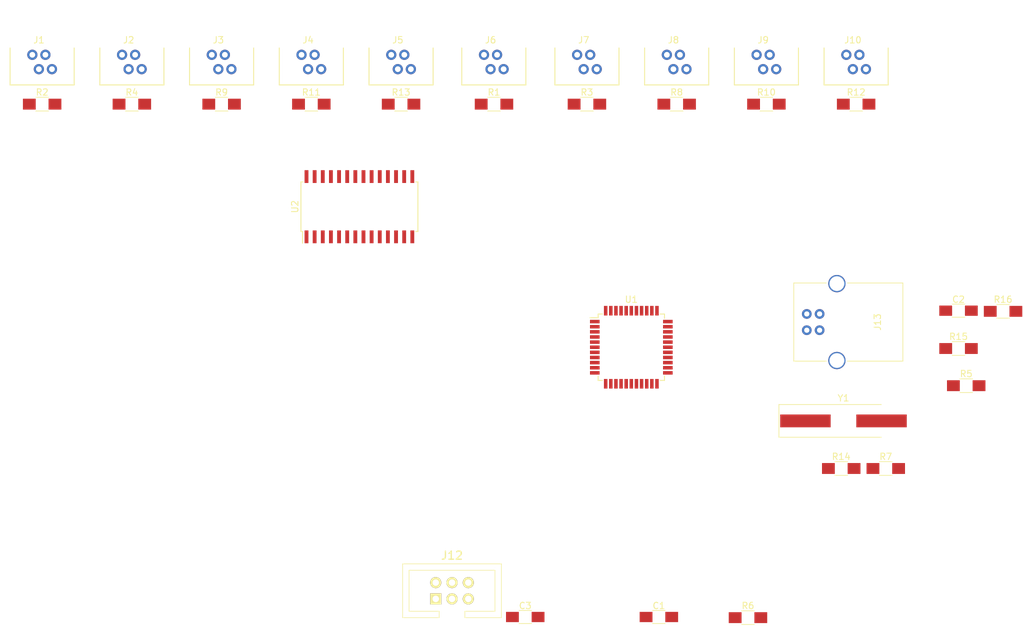
<source format=kicad_pcb>
(kicad_pcb (version 4) (host pcbnew 4.0.7)

  (general
    (links 97)
    (no_connects 97)
    (area 0 0 0 0)
    (thickness 1.6)
    (drawings 0)
    (tracks 0)
    (zones 0)
    (modules 34)
    (nets 47)
  )

  (page A4)
  (layers
    (0 F.Cu signal)
    (31 B.Cu signal)
    (32 B.Adhes user)
    (33 F.Adhes user)
    (34 B.Paste user)
    (35 F.Paste user)
    (36 B.SilkS user)
    (37 F.SilkS user)
    (38 B.Mask user)
    (39 F.Mask user)
    (40 Dwgs.User user)
    (41 Cmts.User user)
    (42 Eco1.User user)
    (43 Eco2.User user)
    (44 Edge.Cuts user)
    (45 Margin user)
    (46 B.CrtYd user hide)
    (47 F.CrtYd user hide)
    (48 B.Fab user hide)
    (49 F.Fab user)
  )

  (setup
    (last_trace_width 0.25)
    (trace_clearance 0.2)
    (zone_clearance 0.508)
    (zone_45_only no)
    (trace_min 0.2)
    (segment_width 0.2)
    (edge_width 0.15)
    (via_size 0.6)
    (via_drill 0.4)
    (via_min_size 0.4)
    (via_min_drill 0.3)
    (uvia_size 0.3)
    (uvia_drill 0.1)
    (uvias_allowed no)
    (uvia_min_size 0.2)
    (uvia_min_drill 0.1)
    (pcb_text_width 0.3)
    (pcb_text_size 1.5 1.5)
    (mod_edge_width 0.15)
    (mod_text_size 1 1)
    (mod_text_width 0.15)
    (pad_size 1.524 1.524)
    (pad_drill 0.762)
    (pad_to_mask_clearance 0.2)
    (aux_axis_origin 0 0)
    (visible_elements FFFFEF7F)
    (pcbplotparams
      (layerselection 0x00030_80000001)
      (usegerberextensions false)
      (excludeedgelayer true)
      (linewidth 0.100000)
      (plotframeref false)
      (viasonmask false)
      (mode 1)
      (useauxorigin false)
      (hpglpennumber 1)
      (hpglpenspeed 20)
      (hpglpendiameter 15)
      (hpglpenoverlay 2)
      (psnegative false)
      (psa4output false)
      (plotreference true)
      (plotvalue true)
      (plotinvisibletext false)
      (padsonsilk false)
      (subtractmaskfromsilk false)
      (outputformat 1)
      (mirror false)
      (drillshape 1)
      (scaleselection 1)
      (outputdirectory ""))
  )

  (net 0 "")
  (net 1 GND)
  (net 2 "Net-(C1-Pad2)")
  (net 3 "Net-(C2-Pad1)")
  (net 4 "Net-(C3-Pad2)")
  (net 5 "Net-(J1-Pad2)")
  (net 6 /PBTN1)
  (net 7 "Net-(J2-Pad2)")
  (net 8 /PBTN2)
  (net 9 "Net-(J3-Pad2)")
  (net 10 /PBTN3)
  (net 11 "Net-(J4-Pad2)")
  (net 12 /PBTN4)
  (net 13 "Net-(J5-Pad2)")
  (net 14 /PBTN5)
  (net 15 "Net-(J6-Pad2)")
  (net 16 /PBTN6)
  (net 17 "Net-(J7-Pad2)")
  (net 18 /PBTN7)
  (net 19 "Net-(J8-Pad2)")
  (net 20 /PBTN8)
  (net 21 "Net-(J9-Pad2)")
  (net 22 /PBTN9)
  (net 23 "Net-(J10-Pad2)")
  (net 24 /PBTN10)
  (net 25 /MISO)
  (net 26 VCC)
  (net 27 /SCK)
  (net 28 /MOSI)
  (net 29 /RST)
  (net 30 "Net-(J13-Pad2)")
  (net 31 "Net-(J13-Pad3)")
  (net 32 /PLED6)
  (net 33 /PLED1)
  (net 34 /PLED7)
  (net 35 /PLED2)
  (net 36 /USBD+)
  (net 37 /USBD-)
  (net 38 /PLED8)
  (net 39 /PLED3)
  (net 40 /PLED9)
  (net 41 /PLED4)
  (net 42 /PLED10)
  (net 43 /PLED5)
  (net 44 /SCL)
  (net 45 /SDA)
  (net 46 "Net-(R16-Pad2)")

  (net_class Default "This is the default net class."
    (clearance 0.2)
    (trace_width 0.25)
    (via_dia 0.6)
    (via_drill 0.4)
    (uvia_dia 0.3)
    (uvia_drill 0.1)
    (add_net /MISO)
    (add_net /MOSI)
    (add_net /PBTN1)
    (add_net /PBTN10)
    (add_net /PBTN2)
    (add_net /PBTN3)
    (add_net /PBTN4)
    (add_net /PBTN5)
    (add_net /PBTN6)
    (add_net /PBTN7)
    (add_net /PBTN8)
    (add_net /PBTN9)
    (add_net /PLED1)
    (add_net /PLED10)
    (add_net /PLED2)
    (add_net /PLED3)
    (add_net /PLED4)
    (add_net /PLED5)
    (add_net /PLED6)
    (add_net /PLED7)
    (add_net /PLED8)
    (add_net /PLED9)
    (add_net /RST)
    (add_net /SCK)
    (add_net /SCL)
    (add_net /SDA)
    (add_net /USBD+)
    (add_net /USBD-)
    (add_net GND)
    (add_net "Net-(C1-Pad2)")
    (add_net "Net-(C2-Pad1)")
    (add_net "Net-(C3-Pad2)")
    (add_net "Net-(J1-Pad2)")
    (add_net "Net-(J10-Pad2)")
    (add_net "Net-(J13-Pad2)")
    (add_net "Net-(J13-Pad3)")
    (add_net "Net-(J2-Pad2)")
    (add_net "Net-(J3-Pad2)")
    (add_net "Net-(J4-Pad2)")
    (add_net "Net-(J5-Pad2)")
    (add_net "Net-(J6-Pad2)")
    (add_net "Net-(J7-Pad2)")
    (add_net "Net-(J8-Pad2)")
    (add_net "Net-(J9-Pad2)")
    (add_net "Net-(R16-Pad2)")
    (add_net VCC)
  )

  (module Capacitors_SMD:C_1206_HandSoldering (layer F.Cu) (tedit 58AA84D1) (tstamp 5A4753B0)
    (at 171.225001 139.515)
    (descr "Capacitor SMD 1206, hand soldering")
    (tags "capacitor 1206")
    (path /5A467013)
    (attr smd)
    (fp_text reference C1 (at 0 -1.75) (layer F.SilkS)
      (effects (font (size 1 1) (thickness 0.15)))
    )
    (fp_text value C (at 0 2) (layer F.Fab)
      (effects (font (size 1 1) (thickness 0.15)))
    )
    (fp_text user %R (at 0 -1.75) (layer F.Fab)
      (effects (font (size 1 1) (thickness 0.15)))
    )
    (fp_line (start -1.6 0.8) (end -1.6 -0.8) (layer F.Fab) (width 0.1))
    (fp_line (start 1.6 0.8) (end -1.6 0.8) (layer F.Fab) (width 0.1))
    (fp_line (start 1.6 -0.8) (end 1.6 0.8) (layer F.Fab) (width 0.1))
    (fp_line (start -1.6 -0.8) (end 1.6 -0.8) (layer F.Fab) (width 0.1))
    (fp_line (start 1 -1.02) (end -1 -1.02) (layer F.SilkS) (width 0.12))
    (fp_line (start -1 1.02) (end 1 1.02) (layer F.SilkS) (width 0.12))
    (fp_line (start -3.25 -1.05) (end 3.25 -1.05) (layer F.CrtYd) (width 0.05))
    (fp_line (start -3.25 -1.05) (end -3.25 1.05) (layer F.CrtYd) (width 0.05))
    (fp_line (start 3.25 1.05) (end 3.25 -1.05) (layer F.CrtYd) (width 0.05))
    (fp_line (start 3.25 1.05) (end -3.25 1.05) (layer F.CrtYd) (width 0.05))
    (pad 1 smd rect (at -2 0) (size 2 1.6) (layers F.Cu F.Paste F.Mask)
      (net 1 GND))
    (pad 2 smd rect (at 2 0) (size 2 1.6) (layers F.Cu F.Paste F.Mask)
      (net 2 "Net-(C1-Pad2)"))
    (model Capacitors_SMD.3dshapes/C_1206.wrl
      (at (xyz 0 0 0))
      (scale (xyz 1 1 1))
      (rotate (xyz 0 0 0))
    )
  )

  (module Capacitors_SMD:C_1206_HandSoldering (layer F.Cu) (tedit 58AA84D1) (tstamp 5A4753B6)
    (at 217.975001 91.725)
    (descr "Capacitor SMD 1206, hand soldering")
    (tags "capacitor 1206")
    (path /5A466F70)
    (attr smd)
    (fp_text reference C2 (at 0 -1.75) (layer F.SilkS)
      (effects (font (size 1 1) (thickness 0.15)))
    )
    (fp_text value C (at 0 2) (layer F.Fab)
      (effects (font (size 1 1) (thickness 0.15)))
    )
    (fp_text user %R (at 0 -1.75) (layer F.Fab)
      (effects (font (size 1 1) (thickness 0.15)))
    )
    (fp_line (start -1.6 0.8) (end -1.6 -0.8) (layer F.Fab) (width 0.1))
    (fp_line (start 1.6 0.8) (end -1.6 0.8) (layer F.Fab) (width 0.1))
    (fp_line (start 1.6 -0.8) (end 1.6 0.8) (layer F.Fab) (width 0.1))
    (fp_line (start -1.6 -0.8) (end 1.6 -0.8) (layer F.Fab) (width 0.1))
    (fp_line (start 1 -1.02) (end -1 -1.02) (layer F.SilkS) (width 0.12))
    (fp_line (start -1 1.02) (end 1 1.02) (layer F.SilkS) (width 0.12))
    (fp_line (start -3.25 -1.05) (end 3.25 -1.05) (layer F.CrtYd) (width 0.05))
    (fp_line (start -3.25 -1.05) (end -3.25 1.05) (layer F.CrtYd) (width 0.05))
    (fp_line (start 3.25 1.05) (end 3.25 -1.05) (layer F.CrtYd) (width 0.05))
    (fp_line (start 3.25 1.05) (end -3.25 1.05) (layer F.CrtYd) (width 0.05))
    (pad 1 smd rect (at -2 0) (size 2 1.6) (layers F.Cu F.Paste F.Mask)
      (net 3 "Net-(C2-Pad1)"))
    (pad 2 smd rect (at 2 0) (size 2 1.6) (layers F.Cu F.Paste F.Mask)
      (net 1 GND))
    (model Capacitors_SMD.3dshapes/C_1206.wrl
      (at (xyz 0 0 0))
      (scale (xyz 1 1 1))
      (rotate (xyz 0 0 0))
    )
  )

  (module Capacitors_SMD:C_1206_HandSoldering (layer F.Cu) (tedit 58AA84D1) (tstamp 5A4753BC)
    (at 150.375001 139.515)
    (descr "Capacitor SMD 1206, hand soldering")
    (tags "capacitor 1206")
    (path /5A46A2C4)
    (attr smd)
    (fp_text reference C3 (at 0 -1.75) (layer F.SilkS)
      (effects (font (size 1 1) (thickness 0.15)))
    )
    (fp_text value C (at 0 2) (layer F.Fab)
      (effects (font (size 1 1) (thickness 0.15)))
    )
    (fp_text user %R (at 0 -1.75) (layer F.Fab)
      (effects (font (size 1 1) (thickness 0.15)))
    )
    (fp_line (start -1.6 0.8) (end -1.6 -0.8) (layer F.Fab) (width 0.1))
    (fp_line (start 1.6 0.8) (end -1.6 0.8) (layer F.Fab) (width 0.1))
    (fp_line (start 1.6 -0.8) (end 1.6 0.8) (layer F.Fab) (width 0.1))
    (fp_line (start -1.6 -0.8) (end 1.6 -0.8) (layer F.Fab) (width 0.1))
    (fp_line (start 1 -1.02) (end -1 -1.02) (layer F.SilkS) (width 0.12))
    (fp_line (start -1 1.02) (end 1 1.02) (layer F.SilkS) (width 0.12))
    (fp_line (start -3.25 -1.05) (end 3.25 -1.05) (layer F.CrtYd) (width 0.05))
    (fp_line (start -3.25 -1.05) (end -3.25 1.05) (layer F.CrtYd) (width 0.05))
    (fp_line (start 3.25 1.05) (end 3.25 -1.05) (layer F.CrtYd) (width 0.05))
    (fp_line (start 3.25 1.05) (end -3.25 1.05) (layer F.CrtYd) (width 0.05))
    (pad 1 smd rect (at -2 0) (size 2 1.6) (layers F.Cu F.Paste F.Mask)
      (net 1 GND))
    (pad 2 smd rect (at 2 0) (size 2 1.6) (layers F.Cu F.Paste F.Mask)
      (net 4 "Net-(C3-Pad2)"))
    (model Capacitors_SMD.3dshapes/C_1206.wrl
      (at (xyz 0 0 0))
      (scale (xyz 1 1 1))
      (rotate (xyz 0 0 0))
    )
  )

  (module kamaji:RJ10 (layer F.Cu) (tedit 5A3D32DC) (tstamp 5A4753C6)
    (at 75 43.5 180)
    (path /5A468DC9)
    (fp_text reference J1 (at 0.5 -6 180) (layer F.SilkS)
      (effects (font (size 1 1) (thickness 0.15)))
    )
    (fp_text value RJ10 (at 3.5 -14 180) (layer F.Fab)
      (effects (font (size 1 1) (thickness 0.15)))
    )
    (fp_line (start -5 -13) (end -5 -6) (layer F.SilkS) (width 0.15))
    (fp_line (start 5 -13) (end 5 -6) (layer F.SilkS) (width 0.15))
    (fp_line (start -6.5 0) (end -6.5 -13) (layer F.CrtYd) (width 0.15))
    (fp_line (start 6.5 0) (end -6.5 0) (layer F.CrtYd) (width 0.15))
    (fp_line (start 6.5 -13) (end 6.5 0) (layer F.CrtYd) (width 0.15))
    (fp_line (start -6.5 -13) (end 6.5 -13) (layer F.CrtYd) (width 0.15))
    (fp_line (start -5 -13) (end 5 -13) (layer F.SilkS) (width 0.15))
    (pad 1 thru_hole circle (at 1.53 -8.3 180) (size 1.6 1.6) (drill 0.9) (layers *.Cu *.Mask)
      (net 1 GND))
    (pad 2 thru_hole circle (at 0.51 -10.54 180) (size 1.6 1.6) (drill 0.9) (layers *.Cu *.Mask)
      (net 5 "Net-(J1-Pad2)"))
    (pad 3 thru_hole circle (at -0.51 -8.3 180) (size 1.6 1.6) (drill 0.9) (layers *.Cu *.Mask)
      (net 1 GND))
    (pad 4 thru_hole circle (at -1.53 -10.54 180) (size 1.6 1.6) (drill 0.9) (layers *.Cu *.Mask)
      (net 6 /PBTN1))
    (pad "" np_thru_hole circle (at 5 -6 180) (size 2.36 2.36) (drill 2.36) (layers *.Cu *.Mask))
    (pad "" np_thru_hole circle (at -5 -6 180) (size 2.36 2.36) (drill 2.36) (layers *.Cu *.Mask))
  )

  (module kamaji:RJ10 (layer F.Cu) (tedit 5A3D32DC) (tstamp 5A4753D0)
    (at 89 43.5 180)
    (path /5A46B76B)
    (fp_text reference J2 (at 0.5 -6 180) (layer F.SilkS)
      (effects (font (size 1 1) (thickness 0.15)))
    )
    (fp_text value RJ10 (at 3.5 -14 180) (layer F.Fab)
      (effects (font (size 1 1) (thickness 0.15)))
    )
    (fp_line (start -5 -13) (end -5 -6) (layer F.SilkS) (width 0.15))
    (fp_line (start 5 -13) (end 5 -6) (layer F.SilkS) (width 0.15))
    (fp_line (start -6.5 0) (end -6.5 -13) (layer F.CrtYd) (width 0.15))
    (fp_line (start 6.5 0) (end -6.5 0) (layer F.CrtYd) (width 0.15))
    (fp_line (start 6.5 -13) (end 6.5 0) (layer F.CrtYd) (width 0.15))
    (fp_line (start -6.5 -13) (end 6.5 -13) (layer F.CrtYd) (width 0.15))
    (fp_line (start -5 -13) (end 5 -13) (layer F.SilkS) (width 0.15))
    (pad 1 thru_hole circle (at 1.53 -8.3 180) (size 1.6 1.6) (drill 0.9) (layers *.Cu *.Mask)
      (net 1 GND))
    (pad 2 thru_hole circle (at 0.51 -10.54 180) (size 1.6 1.6) (drill 0.9) (layers *.Cu *.Mask)
      (net 7 "Net-(J2-Pad2)"))
    (pad 3 thru_hole circle (at -0.51 -8.3 180) (size 1.6 1.6) (drill 0.9) (layers *.Cu *.Mask)
      (net 1 GND))
    (pad 4 thru_hole circle (at -1.53 -10.54 180) (size 1.6 1.6) (drill 0.9) (layers *.Cu *.Mask)
      (net 8 /PBTN2))
    (pad "" np_thru_hole circle (at 5 -6 180) (size 2.36 2.36) (drill 2.36) (layers *.Cu *.Mask))
    (pad "" np_thru_hole circle (at -5 -6 180) (size 2.36 2.36) (drill 2.36) (layers *.Cu *.Mask))
  )

  (module kamaji:RJ10 (layer F.Cu) (tedit 5A3D32DC) (tstamp 5A4753DA)
    (at 103 43.5 180)
    (path /5A46B8E6)
    (fp_text reference J3 (at 0.5 -6 180) (layer F.SilkS)
      (effects (font (size 1 1) (thickness 0.15)))
    )
    (fp_text value RJ10 (at 3.5 -14 180) (layer F.Fab)
      (effects (font (size 1 1) (thickness 0.15)))
    )
    (fp_line (start -5 -13) (end -5 -6) (layer F.SilkS) (width 0.15))
    (fp_line (start 5 -13) (end 5 -6) (layer F.SilkS) (width 0.15))
    (fp_line (start -6.5 0) (end -6.5 -13) (layer F.CrtYd) (width 0.15))
    (fp_line (start 6.5 0) (end -6.5 0) (layer F.CrtYd) (width 0.15))
    (fp_line (start 6.5 -13) (end 6.5 0) (layer F.CrtYd) (width 0.15))
    (fp_line (start -6.5 -13) (end 6.5 -13) (layer F.CrtYd) (width 0.15))
    (fp_line (start -5 -13) (end 5 -13) (layer F.SilkS) (width 0.15))
    (pad 1 thru_hole circle (at 1.53 -8.3 180) (size 1.6 1.6) (drill 0.9) (layers *.Cu *.Mask)
      (net 1 GND))
    (pad 2 thru_hole circle (at 0.51 -10.54 180) (size 1.6 1.6) (drill 0.9) (layers *.Cu *.Mask)
      (net 9 "Net-(J3-Pad2)"))
    (pad 3 thru_hole circle (at -0.51 -8.3 180) (size 1.6 1.6) (drill 0.9) (layers *.Cu *.Mask)
      (net 1 GND))
    (pad 4 thru_hole circle (at -1.53 -10.54 180) (size 1.6 1.6) (drill 0.9) (layers *.Cu *.Mask)
      (net 10 /PBTN3))
    (pad "" np_thru_hole circle (at 5 -6 180) (size 2.36 2.36) (drill 2.36) (layers *.Cu *.Mask))
    (pad "" np_thru_hole circle (at -5 -6 180) (size 2.36 2.36) (drill 2.36) (layers *.Cu *.Mask))
  )

  (module kamaji:RJ10 (layer F.Cu) (tedit 5A3D32DC) (tstamp 5A4753E4)
    (at 117 43.5 180)
    (path /5A46B903)
    (fp_text reference J4 (at 0.5 -6 180) (layer F.SilkS)
      (effects (font (size 1 1) (thickness 0.15)))
    )
    (fp_text value RJ10 (at 3.5 -14 180) (layer F.Fab)
      (effects (font (size 1 1) (thickness 0.15)))
    )
    (fp_line (start -5 -13) (end -5 -6) (layer F.SilkS) (width 0.15))
    (fp_line (start 5 -13) (end 5 -6) (layer F.SilkS) (width 0.15))
    (fp_line (start -6.5 0) (end -6.5 -13) (layer F.CrtYd) (width 0.15))
    (fp_line (start 6.5 0) (end -6.5 0) (layer F.CrtYd) (width 0.15))
    (fp_line (start 6.5 -13) (end 6.5 0) (layer F.CrtYd) (width 0.15))
    (fp_line (start -6.5 -13) (end 6.5 -13) (layer F.CrtYd) (width 0.15))
    (fp_line (start -5 -13) (end 5 -13) (layer F.SilkS) (width 0.15))
    (pad 1 thru_hole circle (at 1.53 -8.3 180) (size 1.6 1.6) (drill 0.9) (layers *.Cu *.Mask)
      (net 1 GND))
    (pad 2 thru_hole circle (at 0.51 -10.54 180) (size 1.6 1.6) (drill 0.9) (layers *.Cu *.Mask)
      (net 11 "Net-(J4-Pad2)"))
    (pad 3 thru_hole circle (at -0.51 -8.3 180) (size 1.6 1.6) (drill 0.9) (layers *.Cu *.Mask)
      (net 1 GND))
    (pad 4 thru_hole circle (at -1.53 -10.54 180) (size 1.6 1.6) (drill 0.9) (layers *.Cu *.Mask)
      (net 12 /PBTN4))
    (pad "" np_thru_hole circle (at 5 -6 180) (size 2.36 2.36) (drill 2.36) (layers *.Cu *.Mask))
    (pad "" np_thru_hole circle (at -5 -6 180) (size 2.36 2.36) (drill 2.36) (layers *.Cu *.Mask))
  )

  (module kamaji:RJ10 (layer F.Cu) (tedit 5A3D32DC) (tstamp 5A4753EE)
    (at 131 43.5 180)
    (path /5A46BA9E)
    (fp_text reference J5 (at 0.5 -6 180) (layer F.SilkS)
      (effects (font (size 1 1) (thickness 0.15)))
    )
    (fp_text value RJ10 (at 3.5 -14 180) (layer F.Fab)
      (effects (font (size 1 1) (thickness 0.15)))
    )
    (fp_line (start -5 -13) (end -5 -6) (layer F.SilkS) (width 0.15))
    (fp_line (start 5 -13) (end 5 -6) (layer F.SilkS) (width 0.15))
    (fp_line (start -6.5 0) (end -6.5 -13) (layer F.CrtYd) (width 0.15))
    (fp_line (start 6.5 0) (end -6.5 0) (layer F.CrtYd) (width 0.15))
    (fp_line (start 6.5 -13) (end 6.5 0) (layer F.CrtYd) (width 0.15))
    (fp_line (start -6.5 -13) (end 6.5 -13) (layer F.CrtYd) (width 0.15))
    (fp_line (start -5 -13) (end 5 -13) (layer F.SilkS) (width 0.15))
    (pad 1 thru_hole circle (at 1.53 -8.3 180) (size 1.6 1.6) (drill 0.9) (layers *.Cu *.Mask)
      (net 1 GND))
    (pad 2 thru_hole circle (at 0.51 -10.54 180) (size 1.6 1.6) (drill 0.9) (layers *.Cu *.Mask)
      (net 13 "Net-(J5-Pad2)"))
    (pad 3 thru_hole circle (at -0.51 -8.3 180) (size 1.6 1.6) (drill 0.9) (layers *.Cu *.Mask)
      (net 1 GND))
    (pad 4 thru_hole circle (at -1.53 -10.54 180) (size 1.6 1.6) (drill 0.9) (layers *.Cu *.Mask)
      (net 14 /PBTN5))
    (pad "" np_thru_hole circle (at 5 -6 180) (size 2.36 2.36) (drill 2.36) (layers *.Cu *.Mask))
    (pad "" np_thru_hole circle (at -5 -6 180) (size 2.36 2.36) (drill 2.36) (layers *.Cu *.Mask))
  )

  (module kamaji:RJ10 (layer F.Cu) (tedit 5A3D32DC) (tstamp 5A4753F8)
    (at 145.47 43.5 180)
    (path /5A46C10B)
    (fp_text reference J6 (at 0.5 -6 180) (layer F.SilkS)
      (effects (font (size 1 1) (thickness 0.15)))
    )
    (fp_text value RJ10 (at 3.5 -14 180) (layer F.Fab)
      (effects (font (size 1 1) (thickness 0.15)))
    )
    (fp_line (start -5 -13) (end -5 -6) (layer F.SilkS) (width 0.15))
    (fp_line (start 5 -13) (end 5 -6) (layer F.SilkS) (width 0.15))
    (fp_line (start -6.5 0) (end -6.5 -13) (layer F.CrtYd) (width 0.15))
    (fp_line (start 6.5 0) (end -6.5 0) (layer F.CrtYd) (width 0.15))
    (fp_line (start 6.5 -13) (end 6.5 0) (layer F.CrtYd) (width 0.15))
    (fp_line (start -6.5 -13) (end 6.5 -13) (layer F.CrtYd) (width 0.15))
    (fp_line (start -5 -13) (end 5 -13) (layer F.SilkS) (width 0.15))
    (pad 1 thru_hole circle (at 1.53 -8.3 180) (size 1.6 1.6) (drill 0.9) (layers *.Cu *.Mask)
      (net 1 GND))
    (pad 2 thru_hole circle (at 0.51 -10.54 180) (size 1.6 1.6) (drill 0.9) (layers *.Cu *.Mask)
      (net 15 "Net-(J6-Pad2)"))
    (pad 3 thru_hole circle (at -0.51 -8.3 180) (size 1.6 1.6) (drill 0.9) (layers *.Cu *.Mask)
      (net 1 GND))
    (pad 4 thru_hole circle (at -1.53 -10.54 180) (size 1.6 1.6) (drill 0.9) (layers *.Cu *.Mask)
      (net 16 /PBTN6))
    (pad "" np_thru_hole circle (at 5 -6 180) (size 2.36 2.36) (drill 2.36) (layers *.Cu *.Mask))
    (pad "" np_thru_hole circle (at -5 -6 180) (size 2.36 2.36) (drill 2.36) (layers *.Cu *.Mask))
  )

  (module kamaji:RJ10 (layer F.Cu) (tedit 5A3D32DC) (tstamp 5A475402)
    (at 160 43.5 180)
    (path /5A46C128)
    (fp_text reference J7 (at 0.5 -6 180) (layer F.SilkS)
      (effects (font (size 1 1) (thickness 0.15)))
    )
    (fp_text value RJ10 (at 3.5 -14 180) (layer F.Fab)
      (effects (font (size 1 1) (thickness 0.15)))
    )
    (fp_line (start -5 -13) (end -5 -6) (layer F.SilkS) (width 0.15))
    (fp_line (start 5 -13) (end 5 -6) (layer F.SilkS) (width 0.15))
    (fp_line (start -6.5 0) (end -6.5 -13) (layer F.CrtYd) (width 0.15))
    (fp_line (start 6.5 0) (end -6.5 0) (layer F.CrtYd) (width 0.15))
    (fp_line (start 6.5 -13) (end 6.5 0) (layer F.CrtYd) (width 0.15))
    (fp_line (start -6.5 -13) (end 6.5 -13) (layer F.CrtYd) (width 0.15))
    (fp_line (start -5 -13) (end 5 -13) (layer F.SilkS) (width 0.15))
    (pad 1 thru_hole circle (at 1.53 -8.3 180) (size 1.6 1.6) (drill 0.9) (layers *.Cu *.Mask)
      (net 1 GND))
    (pad 2 thru_hole circle (at 0.51 -10.54 180) (size 1.6 1.6) (drill 0.9) (layers *.Cu *.Mask)
      (net 17 "Net-(J7-Pad2)"))
    (pad 3 thru_hole circle (at -0.51 -8.3 180) (size 1.6 1.6) (drill 0.9) (layers *.Cu *.Mask)
      (net 1 GND))
    (pad 4 thru_hole circle (at -1.53 -10.54 180) (size 1.6 1.6) (drill 0.9) (layers *.Cu *.Mask)
      (net 18 /PBTN7))
    (pad "" np_thru_hole circle (at 5 -6 180) (size 2.36 2.36) (drill 2.36) (layers *.Cu *.Mask))
    (pad "" np_thru_hole circle (at -5 -6 180) (size 2.36 2.36) (drill 2.36) (layers *.Cu *.Mask))
  )

  (module kamaji:RJ10 (layer F.Cu) (tedit 5A3D32DC) (tstamp 5A47540C)
    (at 174 43.5 180)
    (path /5A46C145)
    (fp_text reference J8 (at 0.5 -6 180) (layer F.SilkS)
      (effects (font (size 1 1) (thickness 0.15)))
    )
    (fp_text value RJ10 (at 3.5 -14 180) (layer F.Fab)
      (effects (font (size 1 1) (thickness 0.15)))
    )
    (fp_line (start -5 -13) (end -5 -6) (layer F.SilkS) (width 0.15))
    (fp_line (start 5 -13) (end 5 -6) (layer F.SilkS) (width 0.15))
    (fp_line (start -6.5 0) (end -6.5 -13) (layer F.CrtYd) (width 0.15))
    (fp_line (start 6.5 0) (end -6.5 0) (layer F.CrtYd) (width 0.15))
    (fp_line (start 6.5 -13) (end 6.5 0) (layer F.CrtYd) (width 0.15))
    (fp_line (start -6.5 -13) (end 6.5 -13) (layer F.CrtYd) (width 0.15))
    (fp_line (start -5 -13) (end 5 -13) (layer F.SilkS) (width 0.15))
    (pad 1 thru_hole circle (at 1.53 -8.3 180) (size 1.6 1.6) (drill 0.9) (layers *.Cu *.Mask)
      (net 1 GND))
    (pad 2 thru_hole circle (at 0.51 -10.54 180) (size 1.6 1.6) (drill 0.9) (layers *.Cu *.Mask)
      (net 19 "Net-(J8-Pad2)"))
    (pad 3 thru_hole circle (at -0.51 -8.3 180) (size 1.6 1.6) (drill 0.9) (layers *.Cu *.Mask)
      (net 1 GND))
    (pad 4 thru_hole circle (at -1.53 -10.54 180) (size 1.6 1.6) (drill 0.9) (layers *.Cu *.Mask)
      (net 20 /PBTN8))
    (pad "" np_thru_hole circle (at 5 -6 180) (size 2.36 2.36) (drill 2.36) (layers *.Cu *.Mask))
    (pad "" np_thru_hole circle (at -5 -6 180) (size 2.36 2.36) (drill 2.36) (layers *.Cu *.Mask))
  )

  (module kamaji:RJ10 (layer F.Cu) (tedit 5A3D32DC) (tstamp 5A475416)
    (at 188 43.5 180)
    (path /5A46C162)
    (fp_text reference J9 (at 0.5 -6 180) (layer F.SilkS)
      (effects (font (size 1 1) (thickness 0.15)))
    )
    (fp_text value RJ10 (at 3.5 -14 180) (layer F.Fab)
      (effects (font (size 1 1) (thickness 0.15)))
    )
    (fp_line (start -5 -13) (end -5 -6) (layer F.SilkS) (width 0.15))
    (fp_line (start 5 -13) (end 5 -6) (layer F.SilkS) (width 0.15))
    (fp_line (start -6.5 0) (end -6.5 -13) (layer F.CrtYd) (width 0.15))
    (fp_line (start 6.5 0) (end -6.5 0) (layer F.CrtYd) (width 0.15))
    (fp_line (start 6.5 -13) (end 6.5 0) (layer F.CrtYd) (width 0.15))
    (fp_line (start -6.5 -13) (end 6.5 -13) (layer F.CrtYd) (width 0.15))
    (fp_line (start -5 -13) (end 5 -13) (layer F.SilkS) (width 0.15))
    (pad 1 thru_hole circle (at 1.53 -8.3 180) (size 1.6 1.6) (drill 0.9) (layers *.Cu *.Mask)
      (net 1 GND))
    (pad 2 thru_hole circle (at 0.51 -10.54 180) (size 1.6 1.6) (drill 0.9) (layers *.Cu *.Mask)
      (net 21 "Net-(J9-Pad2)"))
    (pad 3 thru_hole circle (at -0.51 -8.3 180) (size 1.6 1.6) (drill 0.9) (layers *.Cu *.Mask)
      (net 1 GND))
    (pad 4 thru_hole circle (at -1.53 -10.54 180) (size 1.6 1.6) (drill 0.9) (layers *.Cu *.Mask)
      (net 22 /PBTN9))
    (pad "" np_thru_hole circle (at 5 -6 180) (size 2.36 2.36) (drill 2.36) (layers *.Cu *.Mask))
    (pad "" np_thru_hole circle (at -5 -6 180) (size 2.36 2.36) (drill 2.36) (layers *.Cu *.Mask))
  )

  (module kamaji:RJ10 (layer F.Cu) (tedit 5A3D32DC) (tstamp 5A475420)
    (at 202 43.5 180)
    (path /5A46C17F)
    (fp_text reference J10 (at 0.5 -6 180) (layer F.SilkS)
      (effects (font (size 1 1) (thickness 0.15)))
    )
    (fp_text value RJ10 (at 3.5 -14 180) (layer F.Fab)
      (effects (font (size 1 1) (thickness 0.15)))
    )
    (fp_line (start -5 -13) (end -5 -6) (layer F.SilkS) (width 0.15))
    (fp_line (start 5 -13) (end 5 -6) (layer F.SilkS) (width 0.15))
    (fp_line (start -6.5 0) (end -6.5 -13) (layer F.CrtYd) (width 0.15))
    (fp_line (start 6.5 0) (end -6.5 0) (layer F.CrtYd) (width 0.15))
    (fp_line (start 6.5 -13) (end 6.5 0) (layer F.CrtYd) (width 0.15))
    (fp_line (start -6.5 -13) (end 6.5 -13) (layer F.CrtYd) (width 0.15))
    (fp_line (start -5 -13) (end 5 -13) (layer F.SilkS) (width 0.15))
    (pad 1 thru_hole circle (at 1.53 -8.3 180) (size 1.6 1.6) (drill 0.9) (layers *.Cu *.Mask)
      (net 1 GND))
    (pad 2 thru_hole circle (at 0.51 -10.54 180) (size 1.6 1.6) (drill 0.9) (layers *.Cu *.Mask)
      (net 23 "Net-(J10-Pad2)"))
    (pad 3 thru_hole circle (at -0.51 -8.3 180) (size 1.6 1.6) (drill 0.9) (layers *.Cu *.Mask)
      (net 1 GND))
    (pad 4 thru_hole circle (at -1.53 -10.54 180) (size 1.6 1.6) (drill 0.9) (layers *.Cu *.Mask)
      (net 24 /PBTN10))
    (pad "" np_thru_hole circle (at 5 -6 180) (size 2.36 2.36) (drill 2.36) (layers *.Cu *.Mask))
    (pad "" np_thru_hole circle (at -5 -6 180) (size 2.36 2.36) (drill 2.36) (layers *.Cu *.Mask))
  )

  (module kamaji:ATmega_ISP_6pin (layer F.Cu) (tedit 5A421C30) (tstamp 5A47542A)
    (at 138.950001 135.4206)
    (descr "1 pin")
    (tags "CONN DEV")
    (path /5A467670)
    (fp_text reference J12 (at 0 -5.5 180) (layer F.SilkS)
      (effects (font (size 1.27 1.27) (thickness 0.2032)))
    )
    (fp_text value ISP (at 0 0) (layer F.SilkS) hide
      (effects (font (size 1.27 1.27) (thickness 0.2032)))
    )
    (fp_line (start -2 4.2) (end -2 3.2) (layer F.SilkS) (width 0.1))
    (fp_line (start -2 3.2) (end -6.7 3.2) (layer F.SilkS) (width 0.1))
    (fp_line (start -6.7 3.2) (end -6.7 -3.2) (layer F.SilkS) (width 0.1))
    (fp_line (start -6.7 -3.2) (end 6.7 -3.2) (layer F.SilkS) (width 0.1))
    (fp_line (start 6.7 -3.2) (end 6.7 3.2) (layer F.SilkS) (width 0.1))
    (fp_line (start 6.7 3.2) (end 2 3.2) (layer F.SilkS) (width 0.1))
    (fp_line (start 2 3.2) (end 2 4.2) (layer F.SilkS) (width 0.1))
    (fp_line (start -7.7 -4.2) (end -7.7 4.2) (layer F.SilkS) (width 0.1))
    (fp_line (start -7.7 4.2) (end -2 4.2) (layer F.SilkS) (width 0.1))
    (fp_line (start -7.7 -4.2) (end 7.7 -4.2) (layer F.SilkS) (width 0.1))
    (fp_line (start 7.7 -4.2) (end 7.7 4.2) (layer F.SilkS) (width 0.1))
    (fp_line (start 7.7 4.2) (end 2 4.2) (layer F.SilkS) (width 0.1))
    (pad 1 thru_hole rect (at -2.54 1.27) (size 1.7272 1.7272) (drill 1.016) (layers *.Cu *.Mask F.SilkS)
      (net 25 /MISO))
    (pad 2 thru_hole oval (at -2.54 -1.27) (size 1.7272 1.7272) (drill 1.016) (layers *.Cu *.Mask F.SilkS)
      (net 26 VCC))
    (pad 3 thru_hole oval (at 0 1.27) (size 1.7272 1.7272) (drill 1.016) (layers *.Cu *.Mask F.SilkS)
      (net 27 /SCK))
    (pad 4 thru_hole oval (at 0 -1.27) (size 1.7272 1.7272) (drill 1.016) (layers *.Cu *.Mask F.SilkS)
      (net 28 /MOSI))
    (pad 5 thru_hole oval (at 2.54 1.27) (size 1.7272 1.7272) (drill 1.016) (layers *.Cu *.Mask F.SilkS)
      (net 29 /RST))
    (pad 6 thru_hole oval (at 2.54 -1.27) (size 1.7272 1.7272) (drill 1.016) (layers *.Cu *.Mask F.SilkS)
      (net 1 GND))
    (model Pin_Headers/Pin_Header_Straight_2x03.wrl
      (at (xyz 0 0 0))
      (scale (xyz 1 1 1))
      (rotate (xyz 0 0 0))
    )
  )

  (module Connectors:USB_B (layer F.Cu) (tedit 55B36073) (tstamp 5A475434)
    (at 194.3 92.23)
    (descr "USB B connector")
    (tags "USB_B USB_DEV")
    (path /5A476417)
    (fp_text reference J13 (at 11.05 1.27 90) (layer F.SilkS)
      (effects (font (size 1 1) (thickness 0.15)))
    )
    (fp_text value USB_B (at 4.7 1.27 90) (layer F.Fab)
      (effects (font (size 1 1) (thickness 0.15)))
    )
    (fp_line (start 15.25 8.9) (end -2.3 8.9) (layer F.CrtYd) (width 0.05))
    (fp_line (start -2.3 8.9) (end -2.3 -6.35) (layer F.CrtYd) (width 0.05))
    (fp_line (start -2.3 -6.35) (end 15.25 -6.35) (layer F.CrtYd) (width 0.05))
    (fp_line (start 15.25 -6.35) (end 15.25 8.9) (layer F.CrtYd) (width 0.05))
    (fp_line (start 6.35 7.37) (end 14.99 7.37) (layer F.SilkS) (width 0.12))
    (fp_line (start -2.03 7.37) (end 3.05 7.37) (layer F.SilkS) (width 0.12))
    (fp_line (start 6.35 -4.83) (end 14.99 -4.83) (layer F.SilkS) (width 0.12))
    (fp_line (start -2.03 -4.83) (end 3.05 -4.83) (layer F.SilkS) (width 0.12))
    (fp_line (start 14.99 -4.83) (end 14.99 7.37) (layer F.SilkS) (width 0.12))
    (fp_line (start -2.03 7.37) (end -2.03 -4.83) (layer F.SilkS) (width 0.12))
    (pad 2 thru_hole circle (at 0 2.54 270) (size 1.52 1.52) (drill 0.81) (layers *.Cu *.Mask)
      (net 30 "Net-(J13-Pad2)"))
    (pad 1 thru_hole circle (at 0 0 270) (size 1.52 1.52) (drill 0.81) (layers *.Cu *.Mask)
      (net 26 VCC))
    (pad 4 thru_hole circle (at 2 0 270) (size 1.52 1.52) (drill 0.81) (layers *.Cu *.Mask)
      (net 1 GND))
    (pad 3 thru_hole circle (at 2 2.54 270) (size 1.52 1.52) (drill 0.81) (layers *.Cu *.Mask)
      (net 31 "Net-(J13-Pad3)"))
    (pad 5 thru_hole circle (at 4.7 7.27 270) (size 2.7 2.7) (drill 2.3) (layers *.Cu *.Mask)
      (net 1 GND))
    (pad 5 thru_hole circle (at 4.7 -4.73 270) (size 2.7 2.7) (drill 2.3) (layers *.Cu *.Mask)
      (net 1 GND))
    (model ${KISYS3DMOD}/Connectors.3dshapes/USB_B.wrl
      (at (xyz 0.18 -0.05 0))
      (scale (xyz 0.39 0.39 0.39))
      (rotate (xyz 0 0 -90))
    )
  )

  (module Resistors_SMD:R_1206_HandSoldering (layer F.Cu) (tedit 58E0A804) (tstamp 5A47543A)
    (at 145.5 59.5)
    (descr "Resistor SMD 1206, hand soldering")
    (tags "resistor 1206")
    (path /5A46C120)
    (attr smd)
    (fp_text reference R1 (at 0 -1.85) (layer F.SilkS)
      (effects (font (size 1 1) (thickness 0.15)))
    )
    (fp_text value 220R (at 0 1.9) (layer F.Fab)
      (effects (font (size 1 1) (thickness 0.15)))
    )
    (fp_text user %R (at 0 0) (layer F.Fab)
      (effects (font (size 0.7 0.7) (thickness 0.105)))
    )
    (fp_line (start -1.6 0.8) (end -1.6 -0.8) (layer F.Fab) (width 0.1))
    (fp_line (start 1.6 0.8) (end -1.6 0.8) (layer F.Fab) (width 0.1))
    (fp_line (start 1.6 -0.8) (end 1.6 0.8) (layer F.Fab) (width 0.1))
    (fp_line (start -1.6 -0.8) (end 1.6 -0.8) (layer F.Fab) (width 0.1))
    (fp_line (start 1 1.07) (end -1 1.07) (layer F.SilkS) (width 0.12))
    (fp_line (start -1 -1.07) (end 1 -1.07) (layer F.SilkS) (width 0.12))
    (fp_line (start -3.25 -1.11) (end 3.25 -1.11) (layer F.CrtYd) (width 0.05))
    (fp_line (start -3.25 -1.11) (end -3.25 1.1) (layer F.CrtYd) (width 0.05))
    (fp_line (start 3.25 1.1) (end 3.25 -1.11) (layer F.CrtYd) (width 0.05))
    (fp_line (start 3.25 1.1) (end -3.25 1.1) (layer F.CrtYd) (width 0.05))
    (pad 1 smd rect (at -2 0) (size 2 1.7) (layers F.Cu F.Paste F.Mask)
      (net 15 "Net-(J6-Pad2)"))
    (pad 2 smd rect (at 2 0) (size 2 1.7) (layers F.Cu F.Paste F.Mask)
      (net 32 /PLED6))
    (model ${KISYS3DMOD}/Resistors_SMD.3dshapes/R_1206.wrl
      (at (xyz 0 0 0))
      (scale (xyz 1 1 1))
      (rotate (xyz 0 0 0))
    )
  )

  (module Resistors_SMD:R_1206_HandSoldering (layer F.Cu) (tedit 58E0A804) (tstamp 5A475440)
    (at 75 59.5)
    (descr "Resistor SMD 1206, hand soldering")
    (tags "resistor 1206")
    (path /5A46B3D6)
    (attr smd)
    (fp_text reference R2 (at 0 -1.85) (layer F.SilkS)
      (effects (font (size 1 1) (thickness 0.15)))
    )
    (fp_text value 220R (at 0 1.9) (layer F.Fab)
      (effects (font (size 1 1) (thickness 0.15)))
    )
    (fp_text user %R (at 0 0) (layer F.Fab)
      (effects (font (size 0.7 0.7) (thickness 0.105)))
    )
    (fp_line (start -1.6 0.8) (end -1.6 -0.8) (layer F.Fab) (width 0.1))
    (fp_line (start 1.6 0.8) (end -1.6 0.8) (layer F.Fab) (width 0.1))
    (fp_line (start 1.6 -0.8) (end 1.6 0.8) (layer F.Fab) (width 0.1))
    (fp_line (start -1.6 -0.8) (end 1.6 -0.8) (layer F.Fab) (width 0.1))
    (fp_line (start 1 1.07) (end -1 1.07) (layer F.SilkS) (width 0.12))
    (fp_line (start -1 -1.07) (end 1 -1.07) (layer F.SilkS) (width 0.12))
    (fp_line (start -3.25 -1.11) (end 3.25 -1.11) (layer F.CrtYd) (width 0.05))
    (fp_line (start -3.25 -1.11) (end -3.25 1.1) (layer F.CrtYd) (width 0.05))
    (fp_line (start 3.25 1.1) (end 3.25 -1.11) (layer F.CrtYd) (width 0.05))
    (fp_line (start 3.25 1.1) (end -3.25 1.1) (layer F.CrtYd) (width 0.05))
    (pad 1 smd rect (at -2 0) (size 2 1.7) (layers F.Cu F.Paste F.Mask)
      (net 5 "Net-(J1-Pad2)"))
    (pad 2 smd rect (at 2 0) (size 2 1.7) (layers F.Cu F.Paste F.Mask)
      (net 33 /PLED1))
    (model ${KISYS3DMOD}/Resistors_SMD.3dshapes/R_1206.wrl
      (at (xyz 0 0 0))
      (scale (xyz 1 1 1))
      (rotate (xyz 0 0 0))
    )
  )

  (module Resistors_SMD:R_1206_HandSoldering (layer F.Cu) (tedit 58E0A804) (tstamp 5A475446)
    (at 160 59.5)
    (descr "Resistor SMD 1206, hand soldering")
    (tags "resistor 1206")
    (path /5A46C13D)
    (attr smd)
    (fp_text reference R3 (at 0 -1.85) (layer F.SilkS)
      (effects (font (size 1 1) (thickness 0.15)))
    )
    (fp_text value 220R (at 0 1.9) (layer F.Fab)
      (effects (font (size 1 1) (thickness 0.15)))
    )
    (fp_text user %R (at 0 0) (layer F.Fab)
      (effects (font (size 0.7 0.7) (thickness 0.105)))
    )
    (fp_line (start -1.6 0.8) (end -1.6 -0.8) (layer F.Fab) (width 0.1))
    (fp_line (start 1.6 0.8) (end -1.6 0.8) (layer F.Fab) (width 0.1))
    (fp_line (start 1.6 -0.8) (end 1.6 0.8) (layer F.Fab) (width 0.1))
    (fp_line (start -1.6 -0.8) (end 1.6 -0.8) (layer F.Fab) (width 0.1))
    (fp_line (start 1 1.07) (end -1 1.07) (layer F.SilkS) (width 0.12))
    (fp_line (start -1 -1.07) (end 1 -1.07) (layer F.SilkS) (width 0.12))
    (fp_line (start -3.25 -1.11) (end 3.25 -1.11) (layer F.CrtYd) (width 0.05))
    (fp_line (start -3.25 -1.11) (end -3.25 1.1) (layer F.CrtYd) (width 0.05))
    (fp_line (start 3.25 1.1) (end 3.25 -1.11) (layer F.CrtYd) (width 0.05))
    (fp_line (start 3.25 1.1) (end -3.25 1.1) (layer F.CrtYd) (width 0.05))
    (pad 1 smd rect (at -2 0) (size 2 1.7) (layers F.Cu F.Paste F.Mask)
      (net 17 "Net-(J7-Pad2)"))
    (pad 2 smd rect (at 2 0) (size 2 1.7) (layers F.Cu F.Paste F.Mask)
      (net 34 /PLED7))
    (model ${KISYS3DMOD}/Resistors_SMD.3dshapes/R_1206.wrl
      (at (xyz 0 0 0))
      (scale (xyz 1 1 1))
      (rotate (xyz 0 0 0))
    )
  )

  (module Resistors_SMD:R_1206_HandSoldering (layer F.Cu) (tedit 58E0A804) (tstamp 5A47544C)
    (at 89 59.5)
    (descr "Resistor SMD 1206, hand soldering")
    (tags "resistor 1206")
    (path /5A46B780)
    (attr smd)
    (fp_text reference R4 (at 0 -1.85) (layer F.SilkS)
      (effects (font (size 1 1) (thickness 0.15)))
    )
    (fp_text value 220R (at 0 1.9) (layer F.Fab)
      (effects (font (size 1 1) (thickness 0.15)))
    )
    (fp_text user %R (at 0 0) (layer F.Fab)
      (effects (font (size 0.7 0.7) (thickness 0.105)))
    )
    (fp_line (start -1.6 0.8) (end -1.6 -0.8) (layer F.Fab) (width 0.1))
    (fp_line (start 1.6 0.8) (end -1.6 0.8) (layer F.Fab) (width 0.1))
    (fp_line (start 1.6 -0.8) (end 1.6 0.8) (layer F.Fab) (width 0.1))
    (fp_line (start -1.6 -0.8) (end 1.6 -0.8) (layer F.Fab) (width 0.1))
    (fp_line (start 1 1.07) (end -1 1.07) (layer F.SilkS) (width 0.12))
    (fp_line (start -1 -1.07) (end 1 -1.07) (layer F.SilkS) (width 0.12))
    (fp_line (start -3.25 -1.11) (end 3.25 -1.11) (layer F.CrtYd) (width 0.05))
    (fp_line (start -3.25 -1.11) (end -3.25 1.1) (layer F.CrtYd) (width 0.05))
    (fp_line (start 3.25 1.1) (end 3.25 -1.11) (layer F.CrtYd) (width 0.05))
    (fp_line (start 3.25 1.1) (end -3.25 1.1) (layer F.CrtYd) (width 0.05))
    (pad 1 smd rect (at -2 0) (size 2 1.7) (layers F.Cu F.Paste F.Mask)
      (net 7 "Net-(J2-Pad2)"))
    (pad 2 smd rect (at 2 0) (size 2 1.7) (layers F.Cu F.Paste F.Mask)
      (net 35 /PLED2))
    (model ${KISYS3DMOD}/Resistors_SMD.3dshapes/R_1206.wrl
      (at (xyz 0 0 0))
      (scale (xyz 1 1 1))
      (rotate (xyz 0 0 0))
    )
  )

  (module Resistors_SMD:R_1206_HandSoldering (layer F.Cu) (tedit 58E0A804) (tstamp 5A475452)
    (at 219.175001 103.425)
    (descr "Resistor SMD 1206, hand soldering")
    (tags "resistor 1206")
    (path /5A4769B5)
    (attr smd)
    (fp_text reference R5 (at 0 -1.85) (layer F.SilkS)
      (effects (font (size 1 1) (thickness 0.15)))
    )
    (fp_text value 22R (at 0 1.9) (layer F.Fab)
      (effects (font (size 1 1) (thickness 0.15)))
    )
    (fp_text user %R (at 0 0) (layer F.Fab)
      (effects (font (size 0.7 0.7) (thickness 0.105)))
    )
    (fp_line (start -1.6 0.8) (end -1.6 -0.8) (layer F.Fab) (width 0.1))
    (fp_line (start 1.6 0.8) (end -1.6 0.8) (layer F.Fab) (width 0.1))
    (fp_line (start 1.6 -0.8) (end 1.6 0.8) (layer F.Fab) (width 0.1))
    (fp_line (start -1.6 -0.8) (end 1.6 -0.8) (layer F.Fab) (width 0.1))
    (fp_line (start 1 1.07) (end -1 1.07) (layer F.SilkS) (width 0.12))
    (fp_line (start -1 -1.07) (end 1 -1.07) (layer F.SilkS) (width 0.12))
    (fp_line (start -3.25 -1.11) (end 3.25 -1.11) (layer F.CrtYd) (width 0.05))
    (fp_line (start -3.25 -1.11) (end -3.25 1.1) (layer F.CrtYd) (width 0.05))
    (fp_line (start 3.25 1.1) (end 3.25 -1.11) (layer F.CrtYd) (width 0.05))
    (fp_line (start 3.25 1.1) (end -3.25 1.1) (layer F.CrtYd) (width 0.05))
    (pad 1 smd rect (at -2 0) (size 2 1.7) (layers F.Cu F.Paste F.Mask)
      (net 31 "Net-(J13-Pad3)"))
    (pad 2 smd rect (at 2 0) (size 2 1.7) (layers F.Cu F.Paste F.Mask)
      (net 36 /USBD+))
    (model ${KISYS3DMOD}/Resistors_SMD.3dshapes/R_1206.wrl
      (at (xyz 0 0 0))
      (scale (xyz 1 1 1))
      (rotate (xyz 0 0 0))
    )
  )

  (module Resistors_SMD:R_1206_HandSoldering (layer F.Cu) (tedit 58E0A804) (tstamp 5A475458)
    (at 185.125001 139.615)
    (descr "Resistor SMD 1206, hand soldering")
    (tags "resistor 1206")
    (path /5A476B52)
    (attr smd)
    (fp_text reference R6 (at 0 -1.85) (layer F.SilkS)
      (effects (font (size 1 1) (thickness 0.15)))
    )
    (fp_text value 22R (at 0 1.9) (layer F.Fab)
      (effects (font (size 1 1) (thickness 0.15)))
    )
    (fp_text user %R (at 0 0) (layer F.Fab)
      (effects (font (size 0.7 0.7) (thickness 0.105)))
    )
    (fp_line (start -1.6 0.8) (end -1.6 -0.8) (layer F.Fab) (width 0.1))
    (fp_line (start 1.6 0.8) (end -1.6 0.8) (layer F.Fab) (width 0.1))
    (fp_line (start 1.6 -0.8) (end 1.6 0.8) (layer F.Fab) (width 0.1))
    (fp_line (start -1.6 -0.8) (end 1.6 -0.8) (layer F.Fab) (width 0.1))
    (fp_line (start 1 1.07) (end -1 1.07) (layer F.SilkS) (width 0.12))
    (fp_line (start -1 -1.07) (end 1 -1.07) (layer F.SilkS) (width 0.12))
    (fp_line (start -3.25 -1.11) (end 3.25 -1.11) (layer F.CrtYd) (width 0.05))
    (fp_line (start -3.25 -1.11) (end -3.25 1.1) (layer F.CrtYd) (width 0.05))
    (fp_line (start 3.25 1.1) (end 3.25 -1.11) (layer F.CrtYd) (width 0.05))
    (fp_line (start 3.25 1.1) (end -3.25 1.1) (layer F.CrtYd) (width 0.05))
    (pad 1 smd rect (at -2 0) (size 2 1.7) (layers F.Cu F.Paste F.Mask)
      (net 37 /USBD-))
    (pad 2 smd rect (at 2 0) (size 2 1.7) (layers F.Cu F.Paste F.Mask)
      (net 30 "Net-(J13-Pad2)"))
    (model ${KISYS3DMOD}/Resistors_SMD.3dshapes/R_1206.wrl
      (at (xyz 0 0 0))
      (scale (xyz 1 1 1))
      (rotate (xyz 0 0 0))
    )
  )

  (module Resistors_SMD:R_1206_HandSoldering (layer F.Cu) (tedit 58E0A804) (tstamp 5A47545E)
    (at 206.625001 116.345)
    (descr "Resistor SMD 1206, hand soldering")
    (tags "resistor 1206")
    (path /5A469C5A)
    (attr smd)
    (fp_text reference R7 (at 0 -1.85) (layer F.SilkS)
      (effects (font (size 1 1) (thickness 0.15)))
    )
    (fp_text value R (at 0 1.9) (layer F.Fab)
      (effects (font (size 1 1) (thickness 0.15)))
    )
    (fp_text user %R (at 0 0) (layer F.Fab)
      (effects (font (size 0.7 0.7) (thickness 0.105)))
    )
    (fp_line (start -1.6 0.8) (end -1.6 -0.8) (layer F.Fab) (width 0.1))
    (fp_line (start 1.6 0.8) (end -1.6 0.8) (layer F.Fab) (width 0.1))
    (fp_line (start 1.6 -0.8) (end 1.6 0.8) (layer F.Fab) (width 0.1))
    (fp_line (start -1.6 -0.8) (end 1.6 -0.8) (layer F.Fab) (width 0.1))
    (fp_line (start 1 1.07) (end -1 1.07) (layer F.SilkS) (width 0.12))
    (fp_line (start -1 -1.07) (end 1 -1.07) (layer F.SilkS) (width 0.12))
    (fp_line (start -3.25 -1.11) (end 3.25 -1.11) (layer F.CrtYd) (width 0.05))
    (fp_line (start -3.25 -1.11) (end -3.25 1.1) (layer F.CrtYd) (width 0.05))
    (fp_line (start 3.25 1.1) (end 3.25 -1.11) (layer F.CrtYd) (width 0.05))
    (fp_line (start 3.25 1.1) (end -3.25 1.1) (layer F.CrtYd) (width 0.05))
    (pad 1 smd rect (at -2 0) (size 2 1.7) (layers F.Cu F.Paste F.Mask)
      (net 29 /RST))
    (pad 2 smd rect (at 2 0) (size 2 1.7) (layers F.Cu F.Paste F.Mask)
      (net 26 VCC))
    (model ${KISYS3DMOD}/Resistors_SMD.3dshapes/R_1206.wrl
      (at (xyz 0 0 0))
      (scale (xyz 1 1 1))
      (rotate (xyz 0 0 0))
    )
  )

  (module Resistors_SMD:R_1206_HandSoldering (layer F.Cu) (tedit 58E0A804) (tstamp 5A475464)
    (at 174 59.5)
    (descr "Resistor SMD 1206, hand soldering")
    (tags "resistor 1206")
    (path /5A46C15A)
    (attr smd)
    (fp_text reference R8 (at 0 -1.85) (layer F.SilkS)
      (effects (font (size 1 1) (thickness 0.15)))
    )
    (fp_text value 220R (at 0 1.9) (layer F.Fab)
      (effects (font (size 1 1) (thickness 0.15)))
    )
    (fp_text user %R (at 0 0) (layer F.Fab)
      (effects (font (size 0.7 0.7) (thickness 0.105)))
    )
    (fp_line (start -1.6 0.8) (end -1.6 -0.8) (layer F.Fab) (width 0.1))
    (fp_line (start 1.6 0.8) (end -1.6 0.8) (layer F.Fab) (width 0.1))
    (fp_line (start 1.6 -0.8) (end 1.6 0.8) (layer F.Fab) (width 0.1))
    (fp_line (start -1.6 -0.8) (end 1.6 -0.8) (layer F.Fab) (width 0.1))
    (fp_line (start 1 1.07) (end -1 1.07) (layer F.SilkS) (width 0.12))
    (fp_line (start -1 -1.07) (end 1 -1.07) (layer F.SilkS) (width 0.12))
    (fp_line (start -3.25 -1.11) (end 3.25 -1.11) (layer F.CrtYd) (width 0.05))
    (fp_line (start -3.25 -1.11) (end -3.25 1.1) (layer F.CrtYd) (width 0.05))
    (fp_line (start 3.25 1.1) (end 3.25 -1.11) (layer F.CrtYd) (width 0.05))
    (fp_line (start 3.25 1.1) (end -3.25 1.1) (layer F.CrtYd) (width 0.05))
    (pad 1 smd rect (at -2 0) (size 2 1.7) (layers F.Cu F.Paste F.Mask)
      (net 19 "Net-(J8-Pad2)"))
    (pad 2 smd rect (at 2 0) (size 2 1.7) (layers F.Cu F.Paste F.Mask)
      (net 38 /PLED8))
    (model ${KISYS3DMOD}/Resistors_SMD.3dshapes/R_1206.wrl
      (at (xyz 0 0 0))
      (scale (xyz 1 1 1))
      (rotate (xyz 0 0 0))
    )
  )

  (module Resistors_SMD:R_1206_HandSoldering (layer F.Cu) (tedit 58E0A804) (tstamp 5A47546A)
    (at 103 59.5)
    (descr "Resistor SMD 1206, hand soldering")
    (tags "resistor 1206")
    (path /5A46B8FB)
    (attr smd)
    (fp_text reference R9 (at 0 -1.85) (layer F.SilkS)
      (effects (font (size 1 1) (thickness 0.15)))
    )
    (fp_text value 220R (at 0 1.9) (layer F.Fab)
      (effects (font (size 1 1) (thickness 0.15)))
    )
    (fp_text user %R (at 0 0) (layer F.Fab)
      (effects (font (size 0.7 0.7) (thickness 0.105)))
    )
    (fp_line (start -1.6 0.8) (end -1.6 -0.8) (layer F.Fab) (width 0.1))
    (fp_line (start 1.6 0.8) (end -1.6 0.8) (layer F.Fab) (width 0.1))
    (fp_line (start 1.6 -0.8) (end 1.6 0.8) (layer F.Fab) (width 0.1))
    (fp_line (start -1.6 -0.8) (end 1.6 -0.8) (layer F.Fab) (width 0.1))
    (fp_line (start 1 1.07) (end -1 1.07) (layer F.SilkS) (width 0.12))
    (fp_line (start -1 -1.07) (end 1 -1.07) (layer F.SilkS) (width 0.12))
    (fp_line (start -3.25 -1.11) (end 3.25 -1.11) (layer F.CrtYd) (width 0.05))
    (fp_line (start -3.25 -1.11) (end -3.25 1.1) (layer F.CrtYd) (width 0.05))
    (fp_line (start 3.25 1.1) (end 3.25 -1.11) (layer F.CrtYd) (width 0.05))
    (fp_line (start 3.25 1.1) (end -3.25 1.1) (layer F.CrtYd) (width 0.05))
    (pad 1 smd rect (at -2 0) (size 2 1.7) (layers F.Cu F.Paste F.Mask)
      (net 9 "Net-(J3-Pad2)"))
    (pad 2 smd rect (at 2 0) (size 2 1.7) (layers F.Cu F.Paste F.Mask)
      (net 39 /PLED3))
    (model ${KISYS3DMOD}/Resistors_SMD.3dshapes/R_1206.wrl
      (at (xyz 0 0 0))
      (scale (xyz 1 1 1))
      (rotate (xyz 0 0 0))
    )
  )

  (module Resistors_SMD:R_1206_HandSoldering (layer F.Cu) (tedit 58E0A804) (tstamp 5A475470)
    (at 188 59.5)
    (descr "Resistor SMD 1206, hand soldering")
    (tags "resistor 1206")
    (path /5A46C177)
    (attr smd)
    (fp_text reference R10 (at 0 -1.85) (layer F.SilkS)
      (effects (font (size 1 1) (thickness 0.15)))
    )
    (fp_text value 220R (at 0 1.9) (layer F.Fab)
      (effects (font (size 1 1) (thickness 0.15)))
    )
    (fp_text user %R (at 0 0) (layer F.Fab)
      (effects (font (size 0.7 0.7) (thickness 0.105)))
    )
    (fp_line (start -1.6 0.8) (end -1.6 -0.8) (layer F.Fab) (width 0.1))
    (fp_line (start 1.6 0.8) (end -1.6 0.8) (layer F.Fab) (width 0.1))
    (fp_line (start 1.6 -0.8) (end 1.6 0.8) (layer F.Fab) (width 0.1))
    (fp_line (start -1.6 -0.8) (end 1.6 -0.8) (layer F.Fab) (width 0.1))
    (fp_line (start 1 1.07) (end -1 1.07) (layer F.SilkS) (width 0.12))
    (fp_line (start -1 -1.07) (end 1 -1.07) (layer F.SilkS) (width 0.12))
    (fp_line (start -3.25 -1.11) (end 3.25 -1.11) (layer F.CrtYd) (width 0.05))
    (fp_line (start -3.25 -1.11) (end -3.25 1.1) (layer F.CrtYd) (width 0.05))
    (fp_line (start 3.25 1.1) (end 3.25 -1.11) (layer F.CrtYd) (width 0.05))
    (fp_line (start 3.25 1.1) (end -3.25 1.1) (layer F.CrtYd) (width 0.05))
    (pad 1 smd rect (at -2 0) (size 2 1.7) (layers F.Cu F.Paste F.Mask)
      (net 21 "Net-(J9-Pad2)"))
    (pad 2 smd rect (at 2 0) (size 2 1.7) (layers F.Cu F.Paste F.Mask)
      (net 40 /PLED9))
    (model ${KISYS3DMOD}/Resistors_SMD.3dshapes/R_1206.wrl
      (at (xyz 0 0 0))
      (scale (xyz 1 1 1))
      (rotate (xyz 0 0 0))
    )
  )

  (module Resistors_SMD:R_1206_HandSoldering (layer F.Cu) (tedit 58E0A804) (tstamp 5A475476)
    (at 117 59.5)
    (descr "Resistor SMD 1206, hand soldering")
    (tags "resistor 1206")
    (path /5A46B918)
    (attr smd)
    (fp_text reference R11 (at 0 -1.85) (layer F.SilkS)
      (effects (font (size 1 1) (thickness 0.15)))
    )
    (fp_text value 220R (at 0 1.9) (layer F.Fab)
      (effects (font (size 1 1) (thickness 0.15)))
    )
    (fp_text user %R (at 0 0) (layer F.Fab)
      (effects (font (size 0.7 0.7) (thickness 0.105)))
    )
    (fp_line (start -1.6 0.8) (end -1.6 -0.8) (layer F.Fab) (width 0.1))
    (fp_line (start 1.6 0.8) (end -1.6 0.8) (layer F.Fab) (width 0.1))
    (fp_line (start 1.6 -0.8) (end 1.6 0.8) (layer F.Fab) (width 0.1))
    (fp_line (start -1.6 -0.8) (end 1.6 -0.8) (layer F.Fab) (width 0.1))
    (fp_line (start 1 1.07) (end -1 1.07) (layer F.SilkS) (width 0.12))
    (fp_line (start -1 -1.07) (end 1 -1.07) (layer F.SilkS) (width 0.12))
    (fp_line (start -3.25 -1.11) (end 3.25 -1.11) (layer F.CrtYd) (width 0.05))
    (fp_line (start -3.25 -1.11) (end -3.25 1.1) (layer F.CrtYd) (width 0.05))
    (fp_line (start 3.25 1.1) (end 3.25 -1.11) (layer F.CrtYd) (width 0.05))
    (fp_line (start 3.25 1.1) (end -3.25 1.1) (layer F.CrtYd) (width 0.05))
    (pad 1 smd rect (at -2 0) (size 2 1.7) (layers F.Cu F.Paste F.Mask)
      (net 11 "Net-(J4-Pad2)"))
    (pad 2 smd rect (at 2 0) (size 2 1.7) (layers F.Cu F.Paste F.Mask)
      (net 41 /PLED4))
    (model ${KISYS3DMOD}/Resistors_SMD.3dshapes/R_1206.wrl
      (at (xyz 0 0 0))
      (scale (xyz 1 1 1))
      (rotate (xyz 0 0 0))
    )
  )

  (module Resistors_SMD:R_1206_HandSoldering (layer F.Cu) (tedit 58E0A804) (tstamp 5A47547C)
    (at 202 59.5)
    (descr "Resistor SMD 1206, hand soldering")
    (tags "resistor 1206")
    (path /5A46C194)
    (attr smd)
    (fp_text reference R12 (at 0 -1.85) (layer F.SilkS)
      (effects (font (size 1 1) (thickness 0.15)))
    )
    (fp_text value 220R (at 0 1.9) (layer F.Fab)
      (effects (font (size 1 1) (thickness 0.15)))
    )
    (fp_text user %R (at 0 0) (layer F.Fab)
      (effects (font (size 0.7 0.7) (thickness 0.105)))
    )
    (fp_line (start -1.6 0.8) (end -1.6 -0.8) (layer F.Fab) (width 0.1))
    (fp_line (start 1.6 0.8) (end -1.6 0.8) (layer F.Fab) (width 0.1))
    (fp_line (start 1.6 -0.8) (end 1.6 0.8) (layer F.Fab) (width 0.1))
    (fp_line (start -1.6 -0.8) (end 1.6 -0.8) (layer F.Fab) (width 0.1))
    (fp_line (start 1 1.07) (end -1 1.07) (layer F.SilkS) (width 0.12))
    (fp_line (start -1 -1.07) (end 1 -1.07) (layer F.SilkS) (width 0.12))
    (fp_line (start -3.25 -1.11) (end 3.25 -1.11) (layer F.CrtYd) (width 0.05))
    (fp_line (start -3.25 -1.11) (end -3.25 1.1) (layer F.CrtYd) (width 0.05))
    (fp_line (start 3.25 1.1) (end 3.25 -1.11) (layer F.CrtYd) (width 0.05))
    (fp_line (start 3.25 1.1) (end -3.25 1.1) (layer F.CrtYd) (width 0.05))
    (pad 1 smd rect (at -2 0) (size 2 1.7) (layers F.Cu F.Paste F.Mask)
      (net 23 "Net-(J10-Pad2)"))
    (pad 2 smd rect (at 2 0) (size 2 1.7) (layers F.Cu F.Paste F.Mask)
      (net 42 /PLED10))
    (model ${KISYS3DMOD}/Resistors_SMD.3dshapes/R_1206.wrl
      (at (xyz 0 0 0))
      (scale (xyz 1 1 1))
      (rotate (xyz 0 0 0))
    )
  )

  (module Resistors_SMD:R_1206_HandSoldering (layer F.Cu) (tedit 58E0A804) (tstamp 5A475482)
    (at 131 59.5)
    (descr "Resistor SMD 1206, hand soldering")
    (tags "resistor 1206")
    (path /5A46BAB3)
    (attr smd)
    (fp_text reference R13 (at 0 -1.85) (layer F.SilkS)
      (effects (font (size 1 1) (thickness 0.15)))
    )
    (fp_text value 220R (at 0 1.9) (layer F.Fab)
      (effects (font (size 1 1) (thickness 0.15)))
    )
    (fp_text user %R (at 0 0) (layer F.Fab)
      (effects (font (size 0.7 0.7) (thickness 0.105)))
    )
    (fp_line (start -1.6 0.8) (end -1.6 -0.8) (layer F.Fab) (width 0.1))
    (fp_line (start 1.6 0.8) (end -1.6 0.8) (layer F.Fab) (width 0.1))
    (fp_line (start 1.6 -0.8) (end 1.6 0.8) (layer F.Fab) (width 0.1))
    (fp_line (start -1.6 -0.8) (end 1.6 -0.8) (layer F.Fab) (width 0.1))
    (fp_line (start 1 1.07) (end -1 1.07) (layer F.SilkS) (width 0.12))
    (fp_line (start -1 -1.07) (end 1 -1.07) (layer F.SilkS) (width 0.12))
    (fp_line (start -3.25 -1.11) (end 3.25 -1.11) (layer F.CrtYd) (width 0.05))
    (fp_line (start -3.25 -1.11) (end -3.25 1.1) (layer F.CrtYd) (width 0.05))
    (fp_line (start 3.25 1.1) (end 3.25 -1.11) (layer F.CrtYd) (width 0.05))
    (fp_line (start 3.25 1.1) (end -3.25 1.1) (layer F.CrtYd) (width 0.05))
    (pad 1 smd rect (at -2 0) (size 2 1.7) (layers F.Cu F.Paste F.Mask)
      (net 13 "Net-(J5-Pad2)"))
    (pad 2 smd rect (at 2 0) (size 2 1.7) (layers F.Cu F.Paste F.Mask)
      (net 43 /PLED5))
    (model ${KISYS3DMOD}/Resistors_SMD.3dshapes/R_1206.wrl
      (at (xyz 0 0 0))
      (scale (xyz 1 1 1))
      (rotate (xyz 0 0 0))
    )
  )

  (module Resistors_SMD:R_1206_HandSoldering (layer F.Cu) (tedit 58E0A804) (tstamp 5A475488)
    (at 199.675001 116.345)
    (descr "Resistor SMD 1206, hand soldering")
    (tags "resistor 1206")
    (path /5A4680D4)
    (attr smd)
    (fp_text reference R14 (at 0 -1.85) (layer F.SilkS)
      (effects (font (size 1 1) (thickness 0.15)))
    )
    (fp_text value 4K7 (at 0 1.9) (layer F.Fab)
      (effects (font (size 1 1) (thickness 0.15)))
    )
    (fp_text user %R (at 0 0) (layer F.Fab)
      (effects (font (size 0.7 0.7) (thickness 0.105)))
    )
    (fp_line (start -1.6 0.8) (end -1.6 -0.8) (layer F.Fab) (width 0.1))
    (fp_line (start 1.6 0.8) (end -1.6 0.8) (layer F.Fab) (width 0.1))
    (fp_line (start 1.6 -0.8) (end 1.6 0.8) (layer F.Fab) (width 0.1))
    (fp_line (start -1.6 -0.8) (end 1.6 -0.8) (layer F.Fab) (width 0.1))
    (fp_line (start 1 1.07) (end -1 1.07) (layer F.SilkS) (width 0.12))
    (fp_line (start -1 -1.07) (end 1 -1.07) (layer F.SilkS) (width 0.12))
    (fp_line (start -3.25 -1.11) (end 3.25 -1.11) (layer F.CrtYd) (width 0.05))
    (fp_line (start -3.25 -1.11) (end -3.25 1.1) (layer F.CrtYd) (width 0.05))
    (fp_line (start 3.25 1.1) (end 3.25 -1.11) (layer F.CrtYd) (width 0.05))
    (fp_line (start 3.25 1.1) (end -3.25 1.1) (layer F.CrtYd) (width 0.05))
    (pad 1 smd rect (at -2 0) (size 2 1.7) (layers F.Cu F.Paste F.Mask)
      (net 26 VCC))
    (pad 2 smd rect (at 2 0) (size 2 1.7) (layers F.Cu F.Paste F.Mask)
      (net 44 /SCL))
    (model ${KISYS3DMOD}/Resistors_SMD.3dshapes/R_1206.wrl
      (at (xyz 0 0 0))
      (scale (xyz 1 1 1))
      (rotate (xyz 0 0 0))
    )
  )

  (module Resistors_SMD:R_1206_HandSoldering (layer F.Cu) (tedit 58E0A804) (tstamp 5A47548E)
    (at 217.975001 97.625)
    (descr "Resistor SMD 1206, hand soldering")
    (tags "resistor 1206")
    (path /5A468386)
    (attr smd)
    (fp_text reference R15 (at 0 -1.85) (layer F.SilkS)
      (effects (font (size 1 1) (thickness 0.15)))
    )
    (fp_text value 4K7 (at 0 1.9) (layer F.Fab)
      (effects (font (size 1 1) (thickness 0.15)))
    )
    (fp_text user %R (at 0 0) (layer F.Fab)
      (effects (font (size 0.7 0.7) (thickness 0.105)))
    )
    (fp_line (start -1.6 0.8) (end -1.6 -0.8) (layer F.Fab) (width 0.1))
    (fp_line (start 1.6 0.8) (end -1.6 0.8) (layer F.Fab) (width 0.1))
    (fp_line (start 1.6 -0.8) (end 1.6 0.8) (layer F.Fab) (width 0.1))
    (fp_line (start -1.6 -0.8) (end 1.6 -0.8) (layer F.Fab) (width 0.1))
    (fp_line (start 1 1.07) (end -1 1.07) (layer F.SilkS) (width 0.12))
    (fp_line (start -1 -1.07) (end 1 -1.07) (layer F.SilkS) (width 0.12))
    (fp_line (start -3.25 -1.11) (end 3.25 -1.11) (layer F.CrtYd) (width 0.05))
    (fp_line (start -3.25 -1.11) (end -3.25 1.1) (layer F.CrtYd) (width 0.05))
    (fp_line (start 3.25 1.1) (end 3.25 -1.11) (layer F.CrtYd) (width 0.05))
    (fp_line (start 3.25 1.1) (end -3.25 1.1) (layer F.CrtYd) (width 0.05))
    (pad 1 smd rect (at -2 0) (size 2 1.7) (layers F.Cu F.Paste F.Mask)
      (net 26 VCC))
    (pad 2 smd rect (at 2 0) (size 2 1.7) (layers F.Cu F.Paste F.Mask)
      (net 45 /SDA))
    (model ${KISYS3DMOD}/Resistors_SMD.3dshapes/R_1206.wrl
      (at (xyz 0 0 0))
      (scale (xyz 1 1 1))
      (rotate (xyz 0 0 0))
    )
  )

  (module Resistors_SMD:R_1206_HandSoldering (layer F.Cu) (tedit 58E0A804) (tstamp 5A475494)
    (at 224.925001 91.825)
    (descr "Resistor SMD 1206, hand soldering")
    (tags "resistor 1206")
    (path /5A467407)
    (attr smd)
    (fp_text reference R16 (at 0 -1.85) (layer F.SilkS)
      (effects (font (size 1 1) (thickness 0.15)))
    )
    (fp_text value R (at 0 1.9) (layer F.Fab)
      (effects (font (size 1 1) (thickness 0.15)))
    )
    (fp_text user %R (at 0 0) (layer F.Fab)
      (effects (font (size 0.7 0.7) (thickness 0.105)))
    )
    (fp_line (start -1.6 0.8) (end -1.6 -0.8) (layer F.Fab) (width 0.1))
    (fp_line (start 1.6 0.8) (end -1.6 0.8) (layer F.Fab) (width 0.1))
    (fp_line (start 1.6 -0.8) (end 1.6 0.8) (layer F.Fab) (width 0.1))
    (fp_line (start -1.6 -0.8) (end 1.6 -0.8) (layer F.Fab) (width 0.1))
    (fp_line (start 1 1.07) (end -1 1.07) (layer F.SilkS) (width 0.12))
    (fp_line (start -1 -1.07) (end 1 -1.07) (layer F.SilkS) (width 0.12))
    (fp_line (start -3.25 -1.11) (end 3.25 -1.11) (layer F.CrtYd) (width 0.05))
    (fp_line (start -3.25 -1.11) (end -3.25 1.1) (layer F.CrtYd) (width 0.05))
    (fp_line (start 3.25 1.1) (end 3.25 -1.11) (layer F.CrtYd) (width 0.05))
    (fp_line (start 3.25 1.1) (end -3.25 1.1) (layer F.CrtYd) (width 0.05))
    (pad 1 smd rect (at -2 0) (size 2 1.7) (layers F.Cu F.Paste F.Mask)
      (net 26 VCC))
    (pad 2 smd rect (at 2 0) (size 2 1.7) (layers F.Cu F.Paste F.Mask)
      (net 46 "Net-(R16-Pad2)"))
    (model ${KISYS3DMOD}/Resistors_SMD.3dshapes/R_1206.wrl
      (at (xyz 0 0 0))
      (scale (xyz 1 1 1))
      (rotate (xyz 0 0 0))
    )
  )

  (module Housings_QFP:TQFP-44_10x10mm_Pitch0.8mm (layer F.Cu) (tedit 58CC9A48) (tstamp 5A4754C4)
    (at 166.925001 97.425)
    (descr "44-Lead Plastic Thin Quad Flatpack (PT) - 10x10x1.0 mm Body [TQFP] (see Microchip Packaging Specification 00000049BS.pdf)")
    (tags "QFP 0.8")
    (path /5A469841)
    (attr smd)
    (fp_text reference U1 (at 0 -7.45) (layer F.SilkS)
      (effects (font (size 1 1) (thickness 0.15)))
    )
    (fp_text value ATMEGA32U4-AU (at 0 7.45) (layer F.Fab)
      (effects (font (size 1 1) (thickness 0.15)))
    )
    (fp_text user %R (at 0 0) (layer F.Fab)
      (effects (font (size 1 1) (thickness 0.15)))
    )
    (fp_line (start -4 -5) (end 5 -5) (layer F.Fab) (width 0.15))
    (fp_line (start 5 -5) (end 5 5) (layer F.Fab) (width 0.15))
    (fp_line (start 5 5) (end -5 5) (layer F.Fab) (width 0.15))
    (fp_line (start -5 5) (end -5 -4) (layer F.Fab) (width 0.15))
    (fp_line (start -5 -4) (end -4 -5) (layer F.Fab) (width 0.15))
    (fp_line (start -6.7 -6.7) (end -6.7 6.7) (layer F.CrtYd) (width 0.05))
    (fp_line (start 6.7 -6.7) (end 6.7 6.7) (layer F.CrtYd) (width 0.05))
    (fp_line (start -6.7 -6.7) (end 6.7 -6.7) (layer F.CrtYd) (width 0.05))
    (fp_line (start -6.7 6.7) (end 6.7 6.7) (layer F.CrtYd) (width 0.05))
    (fp_line (start -5.175 -5.175) (end -5.175 -4.6) (layer F.SilkS) (width 0.15))
    (fp_line (start 5.175 -5.175) (end 5.175 -4.5) (layer F.SilkS) (width 0.15))
    (fp_line (start 5.175 5.175) (end 5.175 4.5) (layer F.SilkS) (width 0.15))
    (fp_line (start -5.175 5.175) (end -5.175 4.5) (layer F.SilkS) (width 0.15))
    (fp_line (start -5.175 -5.175) (end -4.5 -5.175) (layer F.SilkS) (width 0.15))
    (fp_line (start -5.175 5.175) (end -4.5 5.175) (layer F.SilkS) (width 0.15))
    (fp_line (start 5.175 5.175) (end 4.5 5.175) (layer F.SilkS) (width 0.15))
    (fp_line (start 5.175 -5.175) (end 4.5 -5.175) (layer F.SilkS) (width 0.15))
    (fp_line (start -5.175 -4.6) (end -6.45 -4.6) (layer F.SilkS) (width 0.15))
    (pad 1 smd rect (at -5.7 -4) (size 1.5 0.55) (layers F.Cu F.Paste F.Mask))
    (pad 2 smd rect (at -5.7 -3.2) (size 1.5 0.55) (layers F.Cu F.Paste F.Mask)
      (net 26 VCC))
    (pad 3 smd rect (at -5.7 -2.4) (size 1.5 0.55) (layers F.Cu F.Paste F.Mask)
      (net 37 /USBD-))
    (pad 4 smd rect (at -5.7 -1.6) (size 1.5 0.55) (layers F.Cu F.Paste F.Mask)
      (net 36 /USBD+))
    (pad 5 smd rect (at -5.7 -0.8) (size 1.5 0.55) (layers F.Cu F.Paste F.Mask)
      (net 1 GND))
    (pad 6 smd rect (at -5.7 0) (size 1.5 0.55) (layers F.Cu F.Paste F.Mask)
      (net 4 "Net-(C3-Pad2)"))
    (pad 7 smd rect (at -5.7 0.8) (size 1.5 0.55) (layers F.Cu F.Paste F.Mask)
      (net 26 VCC))
    (pad 8 smd rect (at -5.7 1.6) (size 1.5 0.55) (layers F.Cu F.Paste F.Mask))
    (pad 9 smd rect (at -5.7 2.4) (size 1.5 0.55) (layers F.Cu F.Paste F.Mask)
      (net 27 /SCK))
    (pad 10 smd rect (at -5.7 3.2) (size 1.5 0.55) (layers F.Cu F.Paste F.Mask)
      (net 28 /MOSI))
    (pad 11 smd rect (at -5.7 4) (size 1.5 0.55) (layers F.Cu F.Paste F.Mask)
      (net 25 /MISO))
    (pad 12 smd rect (at -4 5.7 90) (size 1.5 0.55) (layers F.Cu F.Paste F.Mask))
    (pad 13 smd rect (at -3.2 5.7 90) (size 1.5 0.55) (layers F.Cu F.Paste F.Mask)
      (net 29 /RST))
    (pad 14 smd rect (at -2.4 5.7 90) (size 1.5 0.55) (layers F.Cu F.Paste F.Mask)
      (net 26 VCC))
    (pad 15 smd rect (at -1.6 5.7 90) (size 1.5 0.55) (layers F.Cu F.Paste F.Mask)
      (net 1 GND))
    (pad 16 smd rect (at -0.8 5.7 90) (size 1.5 0.55) (layers F.Cu F.Paste F.Mask)
      (net 3 "Net-(C2-Pad1)"))
    (pad 17 smd rect (at 0 5.7 90) (size 1.5 0.55) (layers F.Cu F.Paste F.Mask)
      (net 2 "Net-(C1-Pad2)"))
    (pad 18 smd rect (at 0.8 5.7 90) (size 1.5 0.55) (layers F.Cu F.Paste F.Mask)
      (net 44 /SCL))
    (pad 19 smd rect (at 1.6 5.7 90) (size 1.5 0.55) (layers F.Cu F.Paste F.Mask)
      (net 45 /SDA))
    (pad 20 smd rect (at 2.4 5.7 90) (size 1.5 0.55) (layers F.Cu F.Paste F.Mask)
      (net 6 /PBTN1))
    (pad 21 smd rect (at 3.2 5.7 90) (size 1.5 0.55) (layers F.Cu F.Paste F.Mask)
      (net 8 /PBTN2))
    (pad 22 smd rect (at 4 5.7 90) (size 1.5 0.55) (layers F.Cu F.Paste F.Mask)
      (net 12 /PBTN4))
    (pad 23 smd rect (at 5.7 4) (size 1.5 0.55) (layers F.Cu F.Paste F.Mask)
      (net 1 GND))
    (pad 24 smd rect (at 5.7 3.2) (size 1.5 0.55) (layers F.Cu F.Paste F.Mask)
      (net 26 VCC))
    (pad 25 smd rect (at 5.7 2.4) (size 1.5 0.55) (layers F.Cu F.Paste F.Mask)
      (net 10 /PBTN3))
    (pad 26 smd rect (at 5.7 1.6) (size 1.5 0.55) (layers F.Cu F.Paste F.Mask)
      (net 14 /PBTN5))
    (pad 27 smd rect (at 5.7 0.8) (size 1.5 0.55) (layers F.Cu F.Paste F.Mask)
      (net 16 /PBTN6))
    (pad 28 smd rect (at 5.7 0) (size 1.5 0.55) (layers F.Cu F.Paste F.Mask)
      (net 18 /PBTN7))
    (pad 29 smd rect (at 5.7 -0.8) (size 1.5 0.55) (layers F.Cu F.Paste F.Mask)
      (net 20 /PBTN8))
    (pad 30 smd rect (at 5.7 -1.6) (size 1.5 0.55) (layers F.Cu F.Paste F.Mask)
      (net 22 /PBTN9))
    (pad 31 smd rect (at 5.7 -2.4) (size 1.5 0.55) (layers F.Cu F.Paste F.Mask)
      (net 24 /PBTN10))
    (pad 32 smd rect (at 5.7 -3.2) (size 1.5 0.55) (layers F.Cu F.Paste F.Mask))
    (pad 33 smd rect (at 5.7 -4) (size 1.5 0.55) (layers F.Cu F.Paste F.Mask))
    (pad 34 smd rect (at 4 -5.7 90) (size 1.5 0.55) (layers F.Cu F.Paste F.Mask)
      (net 26 VCC))
    (pad 35 smd rect (at 3.2 -5.7 90) (size 1.5 0.55) (layers F.Cu F.Paste F.Mask)
      (net 1 GND))
    (pad 36 smd rect (at 2.4 -5.7 90) (size 1.5 0.55) (layers F.Cu F.Paste F.Mask))
    (pad 37 smd rect (at 1.6 -5.7 90) (size 1.5 0.55) (layers F.Cu F.Paste F.Mask))
    (pad 38 smd rect (at 0.8 -5.7 90) (size 1.5 0.55) (layers F.Cu F.Paste F.Mask))
    (pad 39 smd rect (at 0 -5.7 90) (size 1.5 0.55) (layers F.Cu F.Paste F.Mask))
    (pad 40 smd rect (at -0.8 -5.7 90) (size 1.5 0.55) (layers F.Cu F.Paste F.Mask))
    (pad 41 smd rect (at -1.6 -5.7 90) (size 1.5 0.55) (layers F.Cu F.Paste F.Mask))
    (pad 42 smd rect (at -2.4 -5.7 90) (size 1.5 0.55) (layers F.Cu F.Paste F.Mask)
      (net 26 VCC))
    (pad 43 smd rect (at -3.2 -5.7 90) (size 1.5 0.55) (layers F.Cu F.Paste F.Mask)
      (net 1 GND))
    (pad 44 smd rect (at -4 -5.7 90) (size 1.5 0.55) (layers F.Cu F.Paste F.Mask)
      (net 26 VCC))
    (model ${KISYS3DMOD}/Housings_QFP.3dshapes/TQFP-44_10x10mm_Pitch0.8mm.wrl
      (at (xyz 0 0 0))
      (scale (xyz 1 1 1))
      (rotate (xyz 0 0 0))
    )
  )

  (module Housings_SOIC:SOIC-28W_7.5x17.9mm_Pitch1.27mm (layer F.Cu) (tedit 58CC8F64) (tstamp 5A4756C1)
    (at 124.5 75.5 90)
    (descr "28-Lead Plastic Small Outline (SO) - Wide, 7.50 mm Body [SOIC] (see Microchip Packaging Specification 00000049BS.pdf)")
    (tags "SOIC 1.27")
    (path /5A46715C)
    (attr smd)
    (fp_text reference U2 (at 0 -10.05 90) (layer F.SilkS)
      (effects (font (size 1 1) (thickness 0.15)))
    )
    (fp_text value MCP23017 (at 0 10.05 90) (layer F.Fab)
      (effects (font (size 1 1) (thickness 0.15)))
    )
    (fp_text user %R (at 0 0 90) (layer F.Fab)
      (effects (font (size 1 1) (thickness 0.15)))
    )
    (fp_line (start -2.75 -8.95) (end 3.75 -8.95) (layer F.Fab) (width 0.15))
    (fp_line (start 3.75 -8.95) (end 3.75 8.95) (layer F.Fab) (width 0.15))
    (fp_line (start 3.75 8.95) (end -3.75 8.95) (layer F.Fab) (width 0.15))
    (fp_line (start -3.75 8.95) (end -3.75 -7.95) (layer F.Fab) (width 0.15))
    (fp_line (start -3.75 -7.95) (end -2.75 -8.95) (layer F.Fab) (width 0.15))
    (fp_line (start -5.95 -9.3) (end -5.95 9.3) (layer F.CrtYd) (width 0.05))
    (fp_line (start 5.95 -9.3) (end 5.95 9.3) (layer F.CrtYd) (width 0.05))
    (fp_line (start -5.95 -9.3) (end 5.95 -9.3) (layer F.CrtYd) (width 0.05))
    (fp_line (start -5.95 9.3) (end 5.95 9.3) (layer F.CrtYd) (width 0.05))
    (fp_line (start -3.875 -9.125) (end -3.875 -8.875) (layer F.SilkS) (width 0.15))
    (fp_line (start 3.875 -9.125) (end 3.875 -8.78) (layer F.SilkS) (width 0.15))
    (fp_line (start 3.875 9.125) (end 3.875 8.78) (layer F.SilkS) (width 0.15))
    (fp_line (start -3.875 9.125) (end -3.875 8.78) (layer F.SilkS) (width 0.15))
    (fp_line (start -3.875 -9.125) (end 3.875 -9.125) (layer F.SilkS) (width 0.15))
    (fp_line (start -3.875 9.125) (end 3.875 9.125) (layer F.SilkS) (width 0.15))
    (fp_line (start -3.875 -8.875) (end -5.7 -8.875) (layer F.SilkS) (width 0.15))
    (pad 1 smd rect (at -4.7 -8.255 90) (size 2 0.6) (layers F.Cu F.Paste F.Mask)
      (net 35 /PLED2))
    (pad 2 smd rect (at -4.7 -6.985 90) (size 2 0.6) (layers F.Cu F.Paste F.Mask)
      (net 33 /PLED1))
    (pad 3 smd rect (at -4.7 -5.715 90) (size 2 0.6) (layers F.Cu F.Paste F.Mask))
    (pad 4 smd rect (at -4.7 -4.445 90) (size 2 0.6) (layers F.Cu F.Paste F.Mask))
    (pad 5 smd rect (at -4.7 -3.175 90) (size 2 0.6) (layers F.Cu F.Paste F.Mask))
    (pad 6 smd rect (at -4.7 -1.905 90) (size 2 0.6) (layers F.Cu F.Paste F.Mask))
    (pad 7 smd rect (at -4.7 -0.635 90) (size 2 0.6) (layers F.Cu F.Paste F.Mask))
    (pad 8 smd rect (at -4.7 0.635 90) (size 2 0.6) (layers F.Cu F.Paste F.Mask))
    (pad 9 smd rect (at -4.7 1.905 90) (size 2 0.6) (layers F.Cu F.Paste F.Mask)
      (net 26 VCC))
    (pad 10 smd rect (at -4.7 3.175 90) (size 2 0.6) (layers F.Cu F.Paste F.Mask)
      (net 1 GND))
    (pad 11 smd rect (at -4.7 4.445 90) (size 2 0.6) (layers F.Cu F.Paste F.Mask))
    (pad 12 smd rect (at -4.7 5.715 90) (size 2 0.6) (layers F.Cu F.Paste F.Mask)
      (net 44 /SCL))
    (pad 13 smd rect (at -4.7 6.985 90) (size 2 0.6) (layers F.Cu F.Paste F.Mask)
      (net 45 /SDA))
    (pad 14 smd rect (at -4.7 8.255 90) (size 2 0.6) (layers F.Cu F.Paste F.Mask))
    (pad 15 smd rect (at 4.7 8.255 90) (size 2 0.6) (layers F.Cu F.Paste F.Mask)
      (net 1 GND))
    (pad 16 smd rect (at 4.7 6.985 90) (size 2 0.6) (layers F.Cu F.Paste F.Mask)
      (net 1 GND))
    (pad 17 smd rect (at 4.7 5.715 90) (size 2 0.6) (layers F.Cu F.Paste F.Mask)
      (net 1 GND))
    (pad 18 smd rect (at 4.7 4.445 90) (size 2 0.6) (layers F.Cu F.Paste F.Mask)
      (net 46 "Net-(R16-Pad2)"))
    (pad 19 smd rect (at 4.7 3.175 90) (size 2 0.6) (layers F.Cu F.Paste F.Mask))
    (pad 20 smd rect (at 4.7 1.905 90) (size 2 0.6) (layers F.Cu F.Paste F.Mask))
    (pad 21 smd rect (at 4.7 0.635 90) (size 2 0.6) (layers F.Cu F.Paste F.Mask)
      (net 42 /PLED10))
    (pad 22 smd rect (at 4.7 -0.635 90) (size 2 0.6) (layers F.Cu F.Paste F.Mask)
      (net 40 /PLED9))
    (pad 23 smd rect (at 4.7 -1.905 90) (size 2 0.6) (layers F.Cu F.Paste F.Mask)
      (net 38 /PLED8))
    (pad 24 smd rect (at 4.7 -3.175 90) (size 2 0.6) (layers F.Cu F.Paste F.Mask)
      (net 34 /PLED7))
    (pad 25 smd rect (at 4.7 -4.445 90) (size 2 0.6) (layers F.Cu F.Paste F.Mask)
      (net 32 /PLED6))
    (pad 26 smd rect (at 4.7 -5.715 90) (size 2 0.6) (layers F.Cu F.Paste F.Mask)
      (net 43 /PLED5))
    (pad 27 smd rect (at 4.7 -6.985 90) (size 2 0.6) (layers F.Cu F.Paste F.Mask)
      (net 41 /PLED4))
    (pad 28 smd rect (at 4.7 -8.255 90) (size 2 0.6) (layers F.Cu F.Paste F.Mask)
      (net 39 /PLED3))
    (model ${KISYS3DMOD}/Housings_SOIC.3dshapes/SOIC-28W_7.5x17.9mm_Pitch1.27mm.wrl
      (at (xyz 0 0 0))
      (scale (xyz 1 1 1))
      (rotate (xyz 0 0 0))
    )
  )

  (module Crystals:Crystal_SMD_HC49-SD_HandSoldering (layer F.Cu) (tedit 58CD2E9D) (tstamp 5A4756E0)
    (at 200.025001 108.92)
    (descr "SMD Crystal HC-49-SD http://cdn-reichelt.de/documents/datenblatt/B400/xxx-HC49-SMD.pdf, hand-soldering, 11.4x4.7mm^2 package")
    (tags "SMD SMT crystal hand-soldering")
    (path /5A466E56)
    (attr smd)
    (fp_text reference Y1 (at 0 -3.55) (layer F.SilkS)
      (effects (font (size 1 1) (thickness 0.15)))
    )
    (fp_text value Crystal (at 0 3.55) (layer F.Fab)
      (effects (font (size 1 1) (thickness 0.15)))
    )
    (fp_text user %R (at 0 0) (layer F.Fab)
      (effects (font (size 1 1) (thickness 0.15)))
    )
    (fp_line (start -5.7 -2.35) (end -5.7 2.35) (layer F.Fab) (width 0.1))
    (fp_line (start -5.7 2.35) (end 5.7 2.35) (layer F.Fab) (width 0.1))
    (fp_line (start 5.7 2.35) (end 5.7 -2.35) (layer F.Fab) (width 0.1))
    (fp_line (start 5.7 -2.35) (end -5.7 -2.35) (layer F.Fab) (width 0.1))
    (fp_line (start -3.015 -2.115) (end 3.015 -2.115) (layer F.Fab) (width 0.1))
    (fp_line (start -3.015 2.115) (end 3.015 2.115) (layer F.Fab) (width 0.1))
    (fp_line (start 5.9 -2.55) (end -10.075 -2.55) (layer F.SilkS) (width 0.12))
    (fp_line (start -10.075 -2.55) (end -10.075 2.55) (layer F.SilkS) (width 0.12))
    (fp_line (start -10.075 2.55) (end 5.9 2.55) (layer F.SilkS) (width 0.12))
    (fp_line (start -10.2 -2.6) (end -10.2 2.6) (layer F.CrtYd) (width 0.05))
    (fp_line (start -10.2 2.6) (end 10.2 2.6) (layer F.CrtYd) (width 0.05))
    (fp_line (start 10.2 2.6) (end 10.2 -2.6) (layer F.CrtYd) (width 0.05))
    (fp_line (start 10.2 -2.6) (end -10.2 -2.6) (layer F.CrtYd) (width 0.05))
    (fp_arc (start -3.015 0) (end -3.015 -2.115) (angle -180) (layer F.Fab) (width 0.1))
    (fp_arc (start 3.015 0) (end 3.015 -2.115) (angle 180) (layer F.Fab) (width 0.1))
    (pad 1 smd rect (at -5.9375 0) (size 7.875 2) (layers F.Cu F.Paste F.Mask)
      (net 2 "Net-(C1-Pad2)"))
    (pad 2 smd rect (at 5.9375 0) (size 7.875 2) (layers F.Cu F.Paste F.Mask)
      (net 3 "Net-(C2-Pad1)"))
    (model ${KISYS3DMOD}/Crystals.3dshapes/Crystal_SMD_HC49-SD_HandSoldering.wrl
      (at (xyz 0 0 0))
      (scale (xyz 1 1 1))
      (rotate (xyz 0 0 0))
    )
  )

)

</source>
